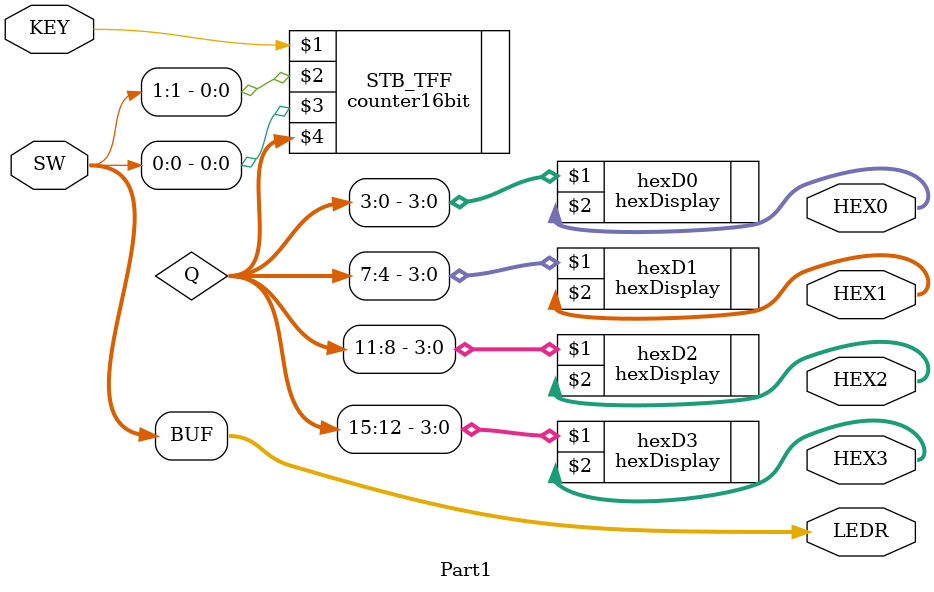
<source format=sv>
module Part1(input logic [0:0]KEY,input logic [1:0]SW,output logic [0:6]HEX0,HEX1,HEX2,HEX3,output logic [1:0]LEDR);
	assign LEDR = SW;
	wire [15:0]Q;
	counter16bit STB_TFF(KEY[0:0],SW[1],SW[0],Q[15:0]);
	hexDisplay hexD0(Q[3:0],HEX0);
	hexDisplay hexD1(Q[7:4],HEX1);
	hexDisplay hexD2(Q[11:8],HEX2);
	hexDisplay hexD3(Q[15:12],HEX3);
endmodule
</source>
